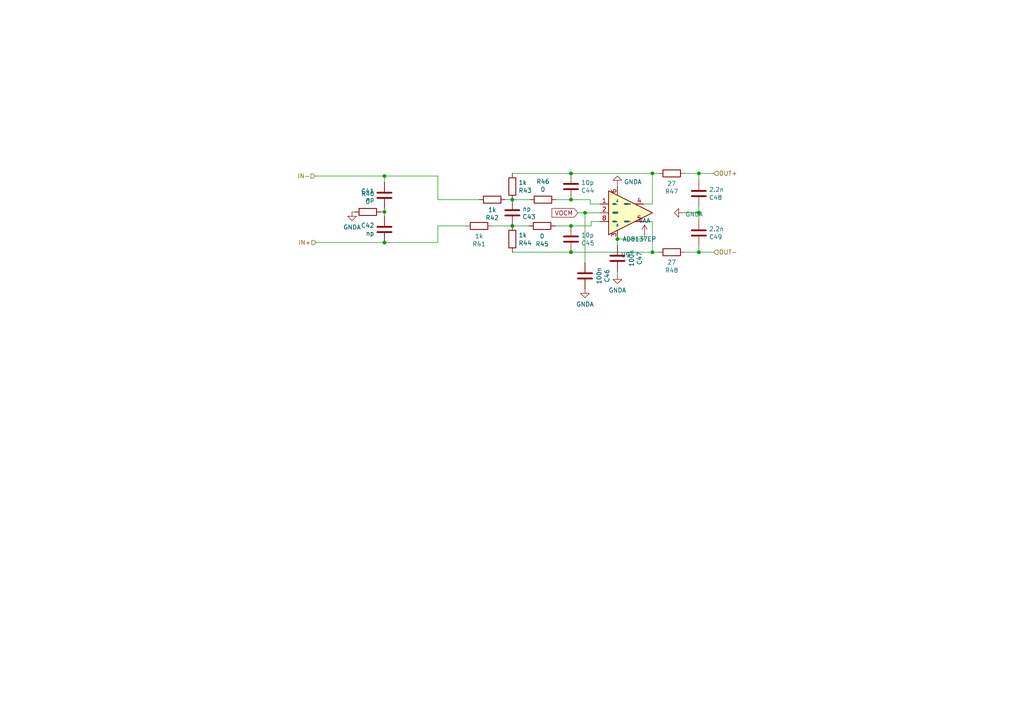
<source format=kicad_sch>
(kicad_sch (version 20211123) (generator eeschema)
  (paper "A4")
  (lib_symbols
    (symbol "adrf:AD8137EP" (pin_names (offset 1.016))
      (property "Reference" "U" (at 0 2.54 0))
      (property "Value" "AD8137EP" (at 0 0 0))
      (symbol "AD8137EP_1_1"
        (polyline (pts (xy 1.27 -10.16) (xy -1.27 -10.16)))
        (polyline (pts (xy 1.27 -5.08) (xy -1.27 -5.08)))
        (polyline (pts (xy -8.89 -1.27) (xy -8.89 -13.97) (xy 3.81 -7.62) (xy -8.89 -1.27)) (stroke (width 0.254)) (fill (type background)))
        (pin input line (at -11.43 -10.16 0) (length 2.54) (name "VIN-") (number "1"))
        (pin input line (at -11.43 -7.62 0) (length 2.54) (name "VOCM") (number "2"))
        (pin power_in line (at -6.35 0 270) (length 2.54) (name "V+") (number "3"))
        (pin passive line (at 1.27 -10.16 180) (length 2.54) (name "VOUT+") (number "4"))
        (pin passive line (at 1.27 -5.08 180) (length 2.54) (name "VOUT-") (number "5"))
        (pin power_in line (at -6.35 -15.24 90) (length 2.54) (name "V-") (number "6"))
        (pin no_connect line (at -3.81 -16.51 90) (length 5.08) hide (name "NC") (number "7"))
        (pin input line (at -11.43 -5.08 0) (length 2.54) (name "VIN+") (number "8"))
        (pin passive line (at -6.35 -15.24 90) (length 2.54) hide (name "EP") (number "9"))
      )
    )
    (symbol "device:C" (pin_numbers hide) (pin_names (offset 0.254))
      (property "Reference" "C" (at 0.635 2.54 0))
      (property "Value" "device_C" (at 0.635 -2.54 0))
      (symbol "C_0_1"
        (polyline (pts (xy -2.032 -0.762) (xy 2.032 -0.762)) (stroke (width 0.508)))
        (polyline (pts (xy -2.032 0.762) (xy 2.032 0.762)) (stroke (width 0.508)))
      )
      (symbol "C_1_1"
        (pin passive line (at 0 3.81 270) (length 2.794) (name "~") (number "1"))
        (pin passive line (at 0 -3.81 90) (length 2.794) (name "~") (number "2"))
      )
    )
    (symbol "device:R" (pin_numbers hide) (pin_names (offset 0))
      (property "Reference" "R" (at 2.032 0 90))
      (property "Value" "device_R" (at 0 0 90))
      (symbol "R_0_1"
        (rectangle (start -1.016 -2.54) (end 1.016 2.54) (stroke (width 0.254)))
      )
      (symbol "R_1_1"
        (pin passive line (at 0 3.81 270) (length 1.27) (name "~") (number "1"))
        (pin passive line (at 0 -3.81 90) (length 1.27) (name "~") (number "2"))
      )
    )
    (symbol "power:GNDA" (power) (pin_names (offset 0))
      (property "Value" "GNDA" (at 0 -3.81 0))
      (symbol "GNDA_0_1"
        (polyline (pts (xy 0 0) (xy 0 -1.27) (xy 1.27 -1.27) (xy 0 -2.54) (xy -1.27 -1.27) (xy 0 -1.27)))
      )
      (symbol "GNDA_1_1"
        (pin power_in line (at 0 0 270) (length 0) hide (name "GNDA") (number "1"))
      )
    )
    (symbol "power:VAA" (power) (pin_names (offset 0))
      (property "Value" "VAA" (at 0 3.81 0))
      (symbol "VAA_0_1"
        (polyline (pts (xy -0.762 1.27) (xy 0 2.54)))
        (polyline (pts (xy 0 0) (xy 0 2.54)))
        (polyline (pts (xy 0 2.54) (xy 0.762 1.27)))
      )
      (symbol "VAA_1_1"
        (pin power_in line (at 0 0 90) (length 0) hide (name "VAA") (number "1"))
      )
    )
  )
  (junction (at 165.608 73.152))
  (junction (at 111.506 70.358))
  (junction (at 179.07 69.342))
  (junction (at 189.23 73.152))
  (junction (at 189.23 50.292))
  (junction (at 202.692 61.722))
  (junction (at 165.608 50.292))
  (junction (at 148.59 57.912))
  (junction (at 169.672 61.722))
  (junction (at 165.608 57.912))
  (junction (at 148.59 65.532))
  (junction (at 111.506 51.054))
  (junction (at 202.692 50.292))
  (junction (at 111.506 61.468))
  (junction (at 165.608 65.532))
  (junction (at 202.692 73.152))
  (wire (pts (xy 198.628 50.292) (xy 202.692 50.292)))
  (wire (pts (xy 171.45 65.532) (xy 165.608 65.532)))
  (wire (pts (xy 127 51.054) (xy 127 57.912)))
  (wire (pts (xy 127 57.912) (xy 138.938 57.912)))
  (wire (pts (xy 171.196 59.182) (xy 173.99 59.182)))
  (wire (pts (xy 111.506 62.738) (xy 111.506 61.468)))
  (wire (pts (xy 161.29 57.912) (xy 165.608 57.912)))
  (wire (pts (xy 148.59 73.152) (xy 165.608 73.152)))
  (wire (pts (xy 202.692 61.722) (xy 202.692 63.754)))
  (wire (pts (xy 91.44 51.054) (xy 111.506 51.054)))
  (wire (pts (xy 111.506 51.054) (xy 127 51.054)))
  (wire (pts (xy 189.23 73.152) (xy 191.008 73.152)))
  (wire (pts (xy 167.64 61.722) (xy 169.672 61.722)))
  (wire (pts (xy 148.59 57.912) (xy 153.67 57.912)))
  (wire (pts (xy 111.506 70.358) (xy 127 70.358)))
  (wire (pts (xy 111.506 52.832) (xy 111.506 51.054)))
  (wire (pts (xy 189.23 64.262) (xy 186.69 64.262)))
  (wire (pts (xy 146.558 57.912) (xy 148.59 57.912)))
  (wire (pts (xy 148.59 50.292) (xy 165.608 50.292)))
  (wire (pts (xy 171.45 65.532) (xy 171.45 64.262)))
  (wire (pts (xy 186.944 69.342) (xy 179.07 69.342)))
  (wire (pts (xy 179.07 53.594) (xy 179.07 54.102)))
  (wire (pts (xy 111.506 61.468) (xy 110.49 61.468)))
  (wire (pts (xy 202.692 50.292) (xy 202.692 52.324)))
  (wire (pts (xy 161.036 65.532) (xy 165.608 65.532)))
  (wire (pts (xy 127 65.532) (xy 135.128 65.532)))
  (wire (pts (xy 142.748 65.532) (xy 148.59 65.532)))
  (wire (pts (xy 198.628 73.152) (xy 202.692 73.152)))
  (wire (pts (xy 91.694 70.358) (xy 111.506 70.358)))
  (wire (pts (xy 165.608 57.912) (xy 171.196 57.912)))
  (wire (pts (xy 165.608 73.152) (xy 189.23 73.152)))
  (wire (pts (xy 179.07 78.74) (xy 179.07 79.756)))
  (wire (pts (xy 186.944 67.818) (xy 186.944 69.342)))
  (wire (pts (xy 127 70.358) (xy 127 65.532)))
  (wire (pts (xy 189.23 64.262) (xy 189.23 73.152)))
  (wire (pts (xy 171.45 64.262) (xy 173.99 64.262)))
  (wire (pts (xy 169.672 61.722) (xy 173.99 61.722)))
  (wire (pts (xy 189.23 50.292) (xy 191.008 50.292)))
  (wire (pts (xy 202.692 71.374) (xy 202.692 73.152)))
  (wire (pts (xy 202.692 73.152) (xy 207.01 73.152)))
  (wire (pts (xy 111.506 61.468) (xy 111.506 60.452)))
  (wire (pts (xy 189.23 59.182) (xy 189.23 50.292)))
  (wire (pts (xy 171.196 57.912) (xy 171.196 59.182)))
  (wire (pts (xy 165.608 50.292) (xy 189.23 50.292)))
  (wire (pts (xy 148.59 65.532) (xy 153.416 65.532)))
  (wire (pts (xy 202.692 59.944) (xy 202.692 61.722)))
  (wire (pts (xy 189.23 59.182) (xy 186.69 59.182)))
  (wire (pts (xy 102.87 61.468) (xy 102.108 61.468)))
  (wire (pts (xy 202.692 50.292) (xy 207.01 50.292)))
  (wire (pts (xy 198.12 61.722) (xy 202.692 61.722)))
  (wire (pts (xy 179.07 69.342) (xy 179.07 71.12)))
  (wire (pts (xy 169.672 61.722) (xy 169.672 76.2)))
  (global_label "VOCM" (shape input) (at 167.64 61.722 180) (property "Referenzen zwischen Schaltplänen" "${INTERSHEET_REFS}" (effects hide)))
  (hierarchical_label "IN+" (shape input) (at 91.694 70.358 180))
  (hierarchical_label "OUT+" (shape input) (at 207.01 50.292 0))
  (hierarchical_label "OUT-" (shape input) (at 207.01 73.152 0))
  (hierarchical_label "IN-" (shape input) (at 91.44 51.054 180))
  (symbol (lib_id "device:R") (at 194.818 50.292 270) (mirror x) (unit 1)
    (property "Reference" "R47" (at 194.818 55.5498 90))
    (property "Value" "27" (at 194.818 53.2384 90))
    (property "Footprint" "Resistor_SMD:R_0603_1608Metric" (effects hide))
  )
  (symbol (lib_id "device:C") (at 148.59 61.722 0) (mirror x) (unit 1)
    (property "Reference" "C43" (at 151.511 62.8904 0) (effects (justify left)))
    (property "Value" "np" (at 151.511 60.579 0) (effects (justify left)))
    (property "Footprint" "Capacitor_SMD:C_0603_1608Metric" (effects hide))
  )
  (symbol (lib_id "device:C") (at 165.608 69.342 0) (mirror x) (unit 1)
    (property "Reference" "C45" (at 168.529 70.5104 0) (effects (justify left)))
    (property "Value" "10p" (at 168.529 68.199 0) (effects (justify left)))
    (property "Footprint" "Capacitor_SMD:C_0603_1608Metric" (effects hide))
  )
  (symbol (lib_id "device:C") (at 111.506 56.642 0) (mirror y) (unit 1)
    (property "Reference" "C41" (at 108.585 55.4736 0) (effects (justify left)))
    (property "Value" "np" (at 108.585 57.785 0) (effects (justify left)))
    (property "Footprint" "Capacitor_SMD:C_0603_1608Metric" (effects hide))
  )
  (symbol (lib_id "device:R") (at 148.59 69.342 0) (mirror x) (unit 1)
    (property "Reference" "R44" (at 150.368 70.5104 0) (effects (justify left)))
    (property "Value" "1k" (at 150.368 68.199 0) (effects (justify left)))
    (property "Footprint" "Resistor_SMD:R_0603_1608Metric" (effects hide))
  )
  (symbol (lib_id "device:R") (at 106.68 61.468 90) (mirror x) (unit 1)
    (property "Reference" "R40" (at 106.68 56.2102 90))
    (property "Value" "0" (at 106.68 58.5216 90))
    (property "Footprint" "Resistor_SMD:R_0603_1608Metric" (effects hide))
  )
  (symbol (lib_id "power:GNDA") (at 179.07 53.594 180) (unit 1)
    (property "Reference" "#PWR092" (effects hide))
    (property "Value" "GNDA" (at 180.975 52.7578 0) (effects (justify right)))
  )
  (symbol (lib_id "device:C") (at 169.672 80.01 0) (unit 1)
    (property "Reference" "C46" (at 176.0728 80.01 90))
    (property "Value" "100n" (at 173.7614 80.01 90))
    (property "Footprint" "Capacitor_SMD:C_0402_1005Metric" (effects hide))
  )
  (symbol (lib_id "device:R") (at 194.818 73.152 270) (mirror x) (unit 1)
    (property "Reference" "R48" (at 194.818 78.4098 90))
    (property "Value" "27" (at 194.818 76.0984 90))
    (property "Footprint" "Resistor_SMD:R_0603_1608Metric" (effects hide))
  )
  (symbol (lib_id "power:VAA") (at 186.944 67.818 0) (unit 1)
    (property "Reference" "#PWR094" (effects hide))
    (property "Value" "VAA" (at 186.944 64.008 0))
  )
  (symbol (lib_id "power:GNDA") (at 198.12 61.722 270) (unit 1)
    (property "Reference" "#PWR095" (effects hide))
    (property "Value" "GNDA" (at 198.755 62.1558 90) (effects (justify left)))
  )
  (symbol (lib_id "device:R") (at 157.226 65.532 270) (mirror x) (unit 1)
    (property "Reference" "R45" (at 157.226 70.7898 90))
    (property "Value" "0" (at 157.226 68.4784 90))
    (property "Footprint" "Resistor_SMD:R_0603_1608Metric" (effects hide))
  )
  (symbol (lib_id "device:R") (at 138.938 65.532 270) (mirror x) (unit 1)
    (property "Reference" "R41" (at 138.938 70.7898 90))
    (property "Value" "1k" (at 138.938 68.4784 90))
    (property "Footprint" "Resistor_SMD:R_0603_1608Metric" (effects hide))
  )
  (symbol (lib_id "device:C") (at 202.692 56.134 0) (mirror x) (unit 1)
    (property "Reference" "C48" (at 205.613 57.3024 0) (effects (justify left)))
    (property "Value" "2.2n" (at 205.613 54.991 0) (effects (justify left)))
    (property "Footprint" "Capacitor_SMD:C_0603_1608Metric" (effects hide))
  )
  (symbol (lib_id "adrf:AD8137EP") (at 185.42 69.342 0) (mirror x) (unit 1)
    (property "Reference" "U9" (at 181.4322 73.9394 0))
    (property "Value" "AD8137EP" (at 185.42 69.342 0))
    (property "Footprint" "hnch:LFCSP-8-1EP_3x3mm_P0.5mm_EP1.6x2.34mm_BigVia" (effects hide))
  )
  (symbol (lib_id "device:C") (at 202.692 67.564 0) (mirror x) (unit 1)
    (property "Reference" "C49" (at 205.613 68.7324 0) (effects (justify left)))
    (property "Value" "2.2n" (at 205.613 66.421 0) (effects (justify left)))
    (property "Footprint" "Capacitor_SMD:C_0603_1608Metric" (effects hide))
  )
  (symbol (lib_id "power:GNDA") (at 169.672 83.82 0) (unit 1)
    (property "Reference" "#PWR091" (effects hide))
    (property "Value" "GNDA" (at 169.672 88.2634 0))
  )
  (symbol (lib_id "device:R") (at 142.748 57.912 270) (mirror x) (unit 1)
    (property "Reference" "R42" (at 142.748 63.1698 90))
    (property "Value" "1k" (at 142.748 60.8584 90))
    (property "Footprint" "Resistor_SMD:R_0603_1608Metric" (effects hide))
  )
  (symbol (lib_id "device:C") (at 165.608 54.102 0) (mirror x) (unit 1)
    (property "Reference" "C44" (at 168.529 55.2704 0) (effects (justify left)))
    (property "Value" "10p" (at 168.529 52.959 0) (effects (justify left)))
    (property "Footprint" "Capacitor_SMD:C_0603_1608Metric" (effects hide))
  )
  (symbol (lib_id "device:R") (at 148.59 54.102 0) (mirror x) (unit 1)
    (property "Reference" "R43" (at 150.368 55.2704 0) (effects (justify left)))
    (property "Value" "1k" (at 150.368 52.959 0) (effects (justify left)))
    (property "Footprint" "Resistor_SMD:R_0603_1608Metric" (effects hide))
  )
  (symbol (lib_id "device:C") (at 111.506 66.548 0) (mirror y) (unit 1)
    (property "Reference" "C42" (at 108.585 65.3796 0) (effects (justify left)))
    (property "Value" "np" (at 108.585 67.691 0) (effects (justify left)))
    (property "Footprint" "Capacitor_SMD:C_0603_1608Metric" (effects hide))
  )
  (symbol (lib_id "power:GNDA") (at 102.108 61.468 0) (unit 1)
    (property "Reference" "#PWR090" (effects hide))
    (property "Value" "GNDA" (at 102.108 65.9114 0))
  )
  (symbol (lib_id "device:R") (at 157.48 57.912 90) (mirror x) (unit 1)
    (property "Reference" "R46" (at 157.48 52.6542 90))
    (property "Value" "0" (at 157.48 54.9656 90))
    (property "Footprint" "Resistor_SMD:R_0603_1608Metric" (effects hide))
  )
  (symbol (lib_id "power:GNDA") (at 179.07 79.756 0) (unit 1)
    (property "Reference" "#PWR093" (effects hide))
    (property "Value" "GNDA" (at 179.07 84.1994 0))
  )
  (symbol (lib_id "device:C") (at 179.07 74.93 0) (unit 1)
    (property "Reference" "C47" (at 185.4708 74.93 90))
    (property "Value" "100n" (at 183.1594 74.93 90))
    (property "Footprint" "Capacitor_SMD:C_0402_1005Metric" (effects hide))
  )
)
</source>
